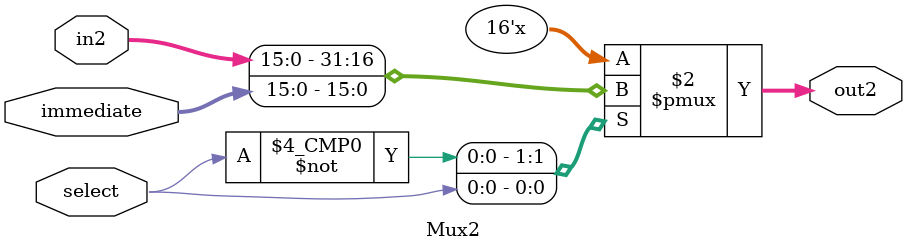
<source format=v>
`timescale 1ns / 1ps
module Mux2(
	input select,
	input [15:0] immediate, in2,
	output reg [15:0] out2
    );
	 
	 always@(select) begin
		case(select)
		1'b0: out2 = in2;
		1'b1: out2 = immediate;
		endcase
	 end
endmodule

</source>
